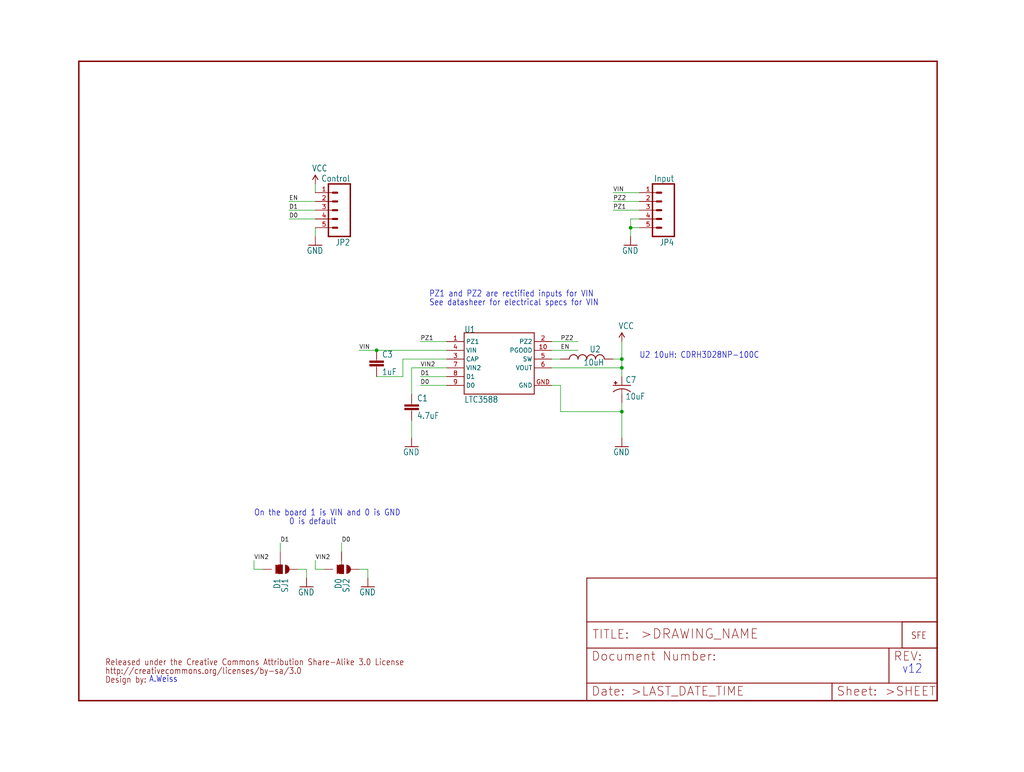
<source format=kicad_sch>
(kicad_sch (version 20211123) (generator eeschema)
  (paper "User" 297.002 223.926)
  (lib_symbols
    (symbol "eagleSchem-eagle-import:CAP0402-CAP"
      (property "Reference" "C" (at 1.524 2.921 0))
      (property "Value" "CAP0402-CAP" (at 1.524 -2.159 0))
      (symbol "CAP0402-CAP_1_0"
        (rectangle (start -2.032 0.508) (end 2.032 1.016) (fill (type outline)))
        (rectangle (start -2.032 1.524) (end 2.032 2.032) (fill (type outline)))
        (polyline (pts (xy 0 0) (xy 0 0.508)) (stroke (width 0.1524)))
        (polyline (pts (xy 0 2.54) (xy 0 2.032)) (stroke (width 0.1524)))
        (pin passive line (at 0 5.08 270) (length 2.54) (name "1") (number "1"))
        (pin passive line (at 0 -2.54 90) (length 2.54) (name "2") (number "2"))
      )
    )
    (symbol "eagleSchem-eagle-import:CAP_POL1206"
      (property "Reference" "C" (at 1.016 0.635 0))
      (property "Value" "CAP_POL1206" (at 1.016 -4.191 0))
      (symbol "CAP_POL1206_1_0"
        (rectangle (start -2.253 0.668) (end -1.364 0.795) (fill (type outline)))
        (rectangle (start -1.872 0.287) (end -1.745 1.176) (fill (type outline)))
        (arc (start 0 -1.0161) (mid -1.3021 -1.2302) (end -2.4669 -1.8504) (stroke (width 0.254)))
        (polyline (pts (xy -2.54 0) (xy 2.54 0)) (stroke (width 0.254)))
        (polyline (pts (xy 0 -1.016) (xy 0 -2.54)) (stroke (width 0.1524)))
        (arc (start 2.4892 -1.8542) (mid 1.3158 -1.2195) (end 0 -1) (stroke (width 0.254)))
        (pin passive line (at 0 2.54 270) (length 2.54) (name "+") (number "A"))
        (pin passive line (at 0 -5.08 90) (length 2.54) (name "-") (number "C"))
      )
    )
    (symbol "eagleSchem-eagle-import:CREATIVE_COMMONS"
      (symbol "CREATIVE_COMMONS_1_0"
        (text "Design by:" (at 0 0 0) (effects (font (size 1.778 1.5113)) (justify left bottom)))
        (text "http://creativecommons.org/licenses/by-sa/3.0" (at 0 2.54 0) (effects (font (size 1.778 1.5113)) (justify left bottom)))
        (text "Released under the Creative Commons Attribution Share-Alike 3.0 License" (at 0 5.08 0) (effects (font (size 1.778 1.5113)) (justify left bottom)))
      )
    )
    (symbol "eagleSchem-eagle-import:FRAME-LETTER"
      (symbol "FRAME-LETTER_1_0"
        (polyline (pts (xy 0 0) (xy 248.92 0)) (stroke (width 0.4064)))
        (polyline (pts (xy 0 185.42) (xy 0 0)) (stroke (width 0.4064)))
        (polyline (pts (xy 0 185.42) (xy 248.92 185.42)) (stroke (width 0.4064)))
        (polyline (pts (xy 248.92 185.42) (xy 248.92 0)) (stroke (width 0.4064)))
      )
      (symbol "FRAME-LETTER_2_0"
        (polyline (pts (xy 0 0) (xy 0 5.08)) (stroke (width 0.254)))
        (polyline (pts (xy 0 0) (xy 71.12 0)) (stroke (width 0.254)))
        (polyline (pts (xy 0 5.08) (xy 0 15.24)) (stroke (width 0.254)))
        (polyline (pts (xy 0 5.08) (xy 71.12 5.08)) (stroke (width 0.254)))
        (polyline (pts (xy 0 15.24) (xy 0 22.86)) (stroke (width 0.254)))
        (polyline (pts (xy 0 22.86) (xy 0 35.56)) (stroke (width 0.254)))
        (polyline (pts (xy 0 22.86) (xy 101.6 22.86)) (stroke (width 0.254)))
        (polyline (pts (xy 71.12 0) (xy 101.6 0)) (stroke (width 0.254)))
        (polyline (pts (xy 71.12 5.08) (xy 71.12 0)) (stroke (width 0.254)))
        (polyline (pts (xy 71.12 5.08) (xy 87.63 5.08)) (stroke (width 0.254)))
        (polyline (pts (xy 87.63 5.08) (xy 101.6 5.08)) (stroke (width 0.254)))
        (polyline (pts (xy 87.63 15.24) (xy 0 15.24)) (stroke (width 0.254)))
        (polyline (pts (xy 87.63 15.24) (xy 87.63 5.08)) (stroke (width 0.254)))
        (polyline (pts (xy 101.6 5.08) (xy 101.6 0)) (stroke (width 0.254)))
        (polyline (pts (xy 101.6 15.24) (xy 87.63 15.24)) (stroke (width 0.254)))
        (polyline (pts (xy 101.6 15.24) (xy 101.6 5.08)) (stroke (width 0.254)))
        (polyline (pts (xy 101.6 22.86) (xy 101.6 15.24)) (stroke (width 0.254)))
        (polyline (pts (xy 101.6 35.56) (xy 0 35.56)) (stroke (width 0.254)))
        (polyline (pts (xy 101.6 35.56) (xy 101.6 22.86)) (stroke (width 0.254)))
        (text ">DRAWING_NAME" (at 15.494 17.78 0) (effects (font (size 2.7432 2.7432)) (justify left bottom)))
        (text ">LAST_DATE_TIME" (at 12.7 1.27 0) (effects (font (size 2.54 2.54)) (justify left bottom)))
        (text ">SHEET" (at 86.36 1.27 0) (effects (font (size 2.54 2.54)) (justify left bottom)))
        (text "Date:" (at 1.27 1.27 0) (effects (font (size 2.54 2.54)) (justify left bottom)))
        (text "Document Number:" (at 1.27 11.43 0) (effects (font (size 2.54 2.54)) (justify left bottom)))
        (text "REV:" (at 88.9 11.43 0) (effects (font (size 2.54 2.54)) (justify left bottom)))
        (text "Sheet:" (at 72.39 1.27 0) (effects (font (size 2.54 2.54)) (justify left bottom)))
        (text "TITLE:" (at 1.524 17.78 0) (effects (font (size 2.54 2.54)) (justify left bottom)))
      )
    )
    (symbol "eagleSchem-eagle-import:GND" (power)
      (property "Value" "GND" (at -2.54 -2.54 0))
      (symbol "GND_1_0"
        (polyline (pts (xy -1.905 0) (xy 1.905 0)) (stroke (width 0.254)))
        (pin power_in line (at 0 2.54 270) (length 2.54) (name "GND") (number "1"))
      )
    )
    (symbol "eagleSchem-eagle-import:INDUCTOR-"
      (property "Reference" "L" (at 2.54 5.08 0))
      (property "Value" "INDUCTOR-" (at 2.54 -5.08 0))
      (symbol "INDUCTOR-_1_0"
        (arc (start 0 -5.08) (mid 0.898 -4.708) (end 1.27 -3.81) (stroke (width 0.254)))
        (arc (start 0 -2.54) (mid 0.898 -2.168) (end 1.27 -1.27) (stroke (width 0.254)))
        (arc (start 0 0) (mid 0.898 0.372) (end 1.27 1.27) (stroke (width 0.254)))
        (arc (start 0 2.54) (mid 0.898 2.912) (end 1.27 3.81) (stroke (width 0.254)))
        (arc (start 1.27 -3.81) (mid 0.898 -2.912) (end 0 -2.54) (stroke (width 0.254)))
        (arc (start 1.27 -1.27) (mid 0.898 -0.372) (end 0 0) (stroke (width 0.254)))
        (arc (start 1.27 1.27) (mid 0.898 2.168) (end 0 2.54) (stroke (width 0.254)))
        (arc (start 1.27 3.81) (mid 0.898 4.708) (end 0 5.08) (stroke (width 0.254)))
        (pin passive line (at 0 7.62 270) (length 2.54) (name "1") (number "1"))
        (pin passive line (at 0 -7.62 90) (length 2.54) (name "2") (number "2"))
      )
    )
    (symbol "eagleSchem-eagle-import:LOGO-SFESK"
      (symbol "LOGO-SFESK_1_0"
        (polyline (pts (xy -2.54 -2.54) (xy 7.62 -2.54)) (stroke (width 0.254)))
        (polyline (pts (xy -2.54 5.08) (xy -2.54 -2.54)) (stroke (width 0.254)))
        (polyline (pts (xy 7.62 -2.54) (xy 7.62 5.08)) (stroke (width 0.254)))
        (polyline (pts (xy 7.62 5.08) (xy -2.54 5.08)) (stroke (width 0.254)))
        (text "SFE" (at 0 0 0) (effects (font (size 1.9304 1.6408)) (justify left bottom)))
      )
    )
    (symbol "eagleSchem-eagle-import:LTC3588_"
      (property "Reference" "U" (at -10.16 7.62 0))
      (property "Value" "LTC3588_" (at -10.16 -12.7 0))
      (symbol "LTC3588__1_0"
        (polyline (pts (xy -10.16 -10.16) (xy 10.16 -10.16)) (stroke (width 0.254)))
        (polyline (pts (xy -10.16 7.62) (xy -10.16 -10.16)) (stroke (width 0.254)))
        (polyline (pts (xy 10.16 -10.16) (xy 10.16 7.62)) (stroke (width 0.254)))
        (polyline (pts (xy 10.16 7.62) (xy -10.16 7.62)) (stroke (width 0.254)))
        (pin bidirectional line (at -15.24 5.08 0) (length 5.08) (name "PZ1") (number "1"))
        (pin bidirectional line (at 15.24 2.54 180) (length 5.08) (name "PGOOD") (number "10"))
        (pin bidirectional line (at 15.24 5.08 180) (length 5.08) (name "PZ2") (number "2"))
        (pin bidirectional line (at -15.24 0 0) (length 5.08) (name "CAP") (number "3"))
        (pin bidirectional line (at -15.24 2.54 0) (length 5.08) (name "VIN") (number "4"))
        (pin bidirectional line (at 15.24 0 180) (length 5.08) (name "SW") (number "5"))
        (pin bidirectional line (at 15.24 -2.54 180) (length 5.08) (name "VOUT") (number "6"))
        (pin bidirectional line (at -15.24 -2.54 0) (length 5.08) (name "VIN2") (number "7"))
        (pin bidirectional line (at -15.24 -5.08 0) (length 5.08) (name "D1") (number "8"))
        (pin bidirectional line (at -15.24 -7.62 0) (length 5.08) (name "D0") (number "9"))
        (pin bidirectional line (at 15.24 -7.62 180) (length 5.08) (name "GND") (number "GND"))
      )
    )
    (symbol "eagleSchem-eagle-import:M05PTH"
      (property "Reference" "JP" (at -2.54 8.382 0))
      (property "Value" "M05PTH" (at -2.54 -10.16 0))
      (symbol "M05PTH_1_0"
        (polyline (pts (xy -2.54 7.62) (xy -2.54 -7.62)) (stroke (width 0.4064)))
        (polyline (pts (xy -2.54 7.62) (xy 3.81 7.62)) (stroke (width 0.4064)))
        (polyline (pts (xy 1.27 -5.08) (xy 2.54 -5.08)) (stroke (width 0.6096)))
        (polyline (pts (xy 1.27 -2.54) (xy 2.54 -2.54)) (stroke (width 0.6096)))
        (polyline (pts (xy 1.27 0) (xy 2.54 0)) (stroke (width 0.6096)))
        (polyline (pts (xy 1.27 2.54) (xy 2.54 2.54)) (stroke (width 0.6096)))
        (polyline (pts (xy 1.27 5.08) (xy 2.54 5.08)) (stroke (width 0.6096)))
        (polyline (pts (xy 3.81 -7.62) (xy -2.54 -7.62)) (stroke (width 0.4064)))
        (polyline (pts (xy 3.81 -7.62) (xy 3.81 7.62)) (stroke (width 0.4064)))
        (pin passive line (at 7.62 -5.08 180) (length 5.08) (name "1") (number "1"))
        (pin passive line (at 7.62 -2.54 180) (length 5.08) (name "2") (number "2"))
        (pin passive line (at 7.62 0 180) (length 5.08) (name "3") (number "3"))
        (pin passive line (at 7.62 2.54 180) (length 5.08) (name "4") (number "4"))
        (pin passive line (at 7.62 5.08 180) (length 5.08) (name "5") (number "5"))
      )
    )
    (symbol "eagleSchem-eagle-import:SOLDERJUMPER_2WAYPASTE1&2"
      (property "Reference" "SJ" (at 2.54 0.381 0))
      (property "Value" "SOLDERJUMPER_2WAYPASTE1&2" (at 2.54 -1.905 0))
      (symbol "SOLDERJUMPER_2WAYPASTE1&2_1_0"
        (rectangle (start -1.27 -0.635) (end 1.27 0.635) (fill (type outline)))
        (polyline (pts (xy -2.54 0) (xy -1.27 0)) (stroke (width 0.1524)))
        (polyline (pts (xy -1.27 -0.635) (xy -1.27 0)) (stroke (width 0.1524)))
        (polyline (pts (xy -1.27 0) (xy -1.27 0.635)) (stroke (width 0.1524)))
        (polyline (pts (xy -1.27 0.635) (xy 1.27 0.635)) (stroke (width 0.1524)))
        (polyline (pts (xy 1.27 -0.635) (xy -1.27 -0.635)) (stroke (width 0.1524)))
        (polyline (pts (xy 1.27 0.635) (xy 1.27 -0.635)) (stroke (width 0.1524)))
        (arc (start 1.27 -1.397) (mid 0 -0.127) (end -1.27 -1.397) (stroke (width 0.0001)) (fill (type outline)))
        (arc (start 1.27 1.397) (mid 0 2.667) (end -1.27 1.397) (stroke (width 0.0001)) (fill (type outline)))
        (pin passive line (at 0 5.08 270) (length 2.54) (name "1") (number "1"))
        (pin passive line (at -5.08 0 0) (length 2.54) (name "2") (number "2"))
        (pin passive line (at 0 -5.08 90) (length 2.54) (name "3") (number "3"))
      )
    )
    (symbol "eagleSchem-eagle-import:SOLDERJUMPER_2WAYPASTE2&3"
      (property "Reference" "SJ" (at 2.54 0.381 0))
      (property "Value" "SOLDERJUMPER_2WAYPASTE2&3" (at 2.54 -1.905 0))
      (symbol "SOLDERJUMPER_2WAYPASTE2&3_1_0"
        (rectangle (start -1.27 -0.635) (end 1.27 0.635) (fill (type outline)))
        (polyline (pts (xy -2.54 0) (xy -1.27 0)) (stroke (width 0.1524)))
        (polyline (pts (xy -1.27 -0.635) (xy -1.27 0)) (stroke (width 0.1524)))
        (polyline (pts (xy -1.27 0) (xy -1.27 0.635)) (stroke (width 0.1524)))
        (polyline (pts (xy -1.27 0.635) (xy 1.27 0.635)) (stroke (width 0.1524)))
        (polyline (pts (xy 1.27 -0.635) (xy -1.27 -0.635)) (stroke (width 0.1524)))
        (polyline (pts (xy 1.27 0.635) (xy 1.27 -0.635)) (stroke (width 0.1524)))
        (arc (start 1.27 -1.397) (mid 0 -0.127) (end -1.27 -1.397) (stroke (width 0.0001)) (fill (type outline)))
        (arc (start 1.27 1.397) (mid 0 2.667) (end -1.27 1.397) (stroke (width 0.0001)) (fill (type outline)))
        (pin passive line (at 0 5.08 270) (length 2.54) (name "1") (number "1"))
        (pin passive line (at -5.08 0 0) (length 2.54) (name "2") (number "2"))
        (pin passive line (at 0 -5.08 90) (length 2.54) (name "3") (number "3"))
      )
    )
    (symbol "eagleSchem-eagle-import:VCC" (power)
      (property "Value" "VCC" (at -1.016 3.556 0))
      (symbol "VCC_1_0"
        (polyline (pts (xy 0 2.54) (xy -0.762 1.27)) (stroke (width 0.254)))
        (polyline (pts (xy 0.762 1.27) (xy 0 2.54)) (stroke (width 0.254)))
        (pin power_in line (at 0 0 90) (length 2.54) (name "VCC") (number "1"))
      )
    )
  )
  (junction (at 180.34 119.38))
  (junction (at 109.22 101.6))
  (junction (at 180.34 106.68))
  (junction (at 182.88 66.04))
  (junction (at 180.34 104.14))
  (wire (pts (xy 76.2 165.1) (xy 73.66 165.1)))
  (wire (pts (xy 106.68 165.1) (xy 106.68 167.64)))
  (wire (pts (xy 73.66 165.1) (xy 73.66 162.56)))
  (wire (pts (xy 119.38 121.92) (xy 119.38 127)))
  (wire (pts (xy 109.22 101.6) (xy 104.14 101.6)))
  (wire (pts (xy 109.22 109.22) (xy 116.84 109.22)))
  (wire (pts (xy 91.44 63.5) (xy 83.82 63.5)))
  (wire (pts (xy 180.34 127) (xy 180.34 119.38)))
  (wire (pts (xy 88.9 165.1) (xy 88.9 167.64)))
  (wire (pts (xy 180.34 106.68) (xy 180.34 109.22)))
  (wire (pts (xy 185.42 66.04) (xy 182.88 66.04)))
  (wire (pts (xy 104.14 165.1) (xy 106.68 165.1)))
  (wire (pts (xy 119.38 106.68) (xy 119.38 114.3)))
  (wire (pts (xy 162.56 111.76) (xy 162.56 119.38)))
  (wire (pts (xy 99.06 160.02) (xy 99.06 157.48)))
  (wire (pts (xy 81.28 160.02) (xy 81.28 157.48)))
  (wire (pts (xy 182.88 66.04) (xy 182.88 68.58)))
  (wire (pts (xy 116.84 109.22) (xy 116.84 104.14)))
  (wire (pts (xy 180.34 104.14) (xy 180.34 99.06)))
  (wire (pts (xy 91.44 66.04) (xy 91.44 68.58)))
  (wire (pts (xy 129.54 111.76) (xy 121.92 111.76)))
  (wire (pts (xy 91.44 165.1) (xy 91.44 162.56)))
  (wire (pts (xy 160.02 99.06) (xy 167.64 99.06)))
  (wire (pts (xy 177.8 58.42) (xy 185.42 58.42)))
  (wire (pts (xy 185.42 55.88) (xy 177.8 55.88)))
  (wire (pts (xy 185.42 63.5) (xy 182.88 63.5)))
  (wire (pts (xy 177.8 104.14) (xy 180.34 104.14)))
  (wire (pts (xy 160.02 106.68) (xy 180.34 106.68)))
  (wire (pts (xy 160.02 111.76) (xy 162.56 111.76)))
  (wire (pts (xy 162.56 104.14) (xy 160.02 104.14)))
  (wire (pts (xy 91.44 58.42) (xy 83.82 58.42)))
  (wire (pts (xy 129.54 99.06) (xy 121.92 99.06)))
  (wire (pts (xy 86.36 165.1) (xy 88.9 165.1)))
  (wire (pts (xy 91.44 55.88) (xy 91.44 53.34)))
  (wire (pts (xy 116.84 104.14) (xy 129.54 104.14)))
  (wire (pts (xy 129.54 106.68) (xy 119.38 106.68)))
  (wire (pts (xy 91.44 60.96) (xy 83.82 60.96)))
  (wire (pts (xy 93.98 165.1) (xy 91.44 165.1)))
  (wire (pts (xy 160.02 101.6) (xy 167.64 101.6)))
  (wire (pts (xy 185.42 60.96) (xy 177.8 60.96)))
  (wire (pts (xy 180.34 119.38) (xy 180.34 116.84)))
  (wire (pts (xy 180.34 106.68) (xy 180.34 104.14)))
  (wire (pts (xy 162.56 119.38) (xy 180.34 119.38)))
  (wire (pts (xy 182.88 63.5) (xy 182.88 66.04)))
  (wire (pts (xy 129.54 109.22) (xy 121.92 109.22)))
  (wire (pts (xy 129.54 101.6) (xy 109.22 101.6)))
  (text "0 is default" (at 83.82 152.4 180) (effects (font (size 1.778 1.5113)) (justify left bottom)))
  (text "PZ1 and PZ2 are rectified inputs for VIN" (at 124.46 86.36 180) (effects (font (size 1.778 1.5113)) (justify left bottom)))
  (text "U2 10uH: CDRH3D28NP-100C" (at 185.42 104.14 180) (effects (font (size 1.778 1.5113)) (justify left bottom)))
  (text "v12" (at 261.62 195.58 180) (effects (font (size 2.54 2.159)) (justify left bottom)))
  (text "See datasheer for electrical specs for VIN" (at 124.46 88.9 180) (effects (font (size 1.778 1.5113)) (justify left bottom)))
  (text "On the board 1 is VIN and 0 is GND" (at 73.66 149.86 180) (effects (font (size 1.778 1.5113)) (justify left bottom)))
  (text "A.Weiss" (at 43.18 198.12 180) (effects (font (size 1.778 1.5113)) (justify left bottom)))
  (label "PZ2" (at 177.8 58.42 0) (effects (font (size 1.2446 1.2446))))
  (label "PZ1" (at 121.92 99.06 0) (effects (font (size 1.2446 1.2446))))
  (label "D0" (at 121.92 111.76 0) (effects (font (size 1.2446 1.2446))))
  (label "VIN" (at 104.14 101.6 0) (effects (font (size 1.2446 1.2446))))
  (label "PZ2" (at 162.56 99.06 0) (effects (font (size 1.2446 1.2446))))
  (label "D1" (at 83.82 60.96 0) (effects (font (size 1.2446 1.2446))))
  (label "VIN2" (at 73.66 162.56 0) (effects (font (size 1.2446 1.2446))))
  (label "EN" (at 162.56 101.6 0) (effects (font (size 1.2446 1.2446))))
  (label "VIN2" (at 91.44 162.56 0) (effects (font (size 1.2446 1.2446))))
  (label "D0" (at 83.82 63.5 0) (effects (font (size 1.2446 1.2446))))
  (label "D1" (at 121.92 109.22 0) (effects (font (size 1.2446 1.2446))))
  (label "VIN" (at 177.8 55.88 0) (effects (font (size 1.2446 1.2446))))
  (label "D1" (at 81.28 157.48 0) (effects (font (size 1.2446 1.2446))))
  (label "VIN2" (at 121.92 106.68 0) (effects (font (size 1.2446 1.2446))))
  (label "EN" (at 83.82 58.42 0) (effects (font (size 1.2446 1.2446))))
  (label "D0" (at 99.06 157.48 0) (effects (font (size 1.2446 1.2446))))
  (label "PZ1" (at 177.8 60.96 0) (effects (font (size 1.2446 1.2446))))
  (symbol (lib_id "eagleSchem-eagle-import:VCC") (at 91.44 53.34 0) (unit 1)
    (property "Reference" "#P+2" (effects hide))
    (property "Value" "VCC" (at 90.424 49.784 0) (effects (font (size 1.778 1.5113)) (justify left bottom)))
    (property "Footprint" "eagleSchem:" (effects hide))
  )
  (symbol (lib_id "eagleSchem-eagle-import:CAP_POL1206") (at 180.34 111.76 0) (unit 1)
    (property "Reference" "C7" (at 181.356 111.125 0) (effects (font (size 1.778 1.5113)) (justify left bottom)))
    (property "Value" "10uF" (at 181.356 115.951 0) (effects (font (size 1.778 1.5113)) (justify left bottom)))
    (property "Footprint" "eagleSchem:EIA3216" (effects hide))
  )
  (symbol (lib_id "eagleSchem-eagle-import:LTC3588_") (at 144.78 104.14 0) (unit 1)
    (property "Reference" "U1" (at 134.62 96.52 0) (effects (font (size 1.778 1.5113)) (justify left bottom)))
    (property "Value" "LTC3588" (at 134.62 116.84 0) (effects (font (size 1.778 1.5113)) (justify left bottom)))
    (property "Footprint" "eagleSchem:MSOP-10-GNDPAD" (effects hide))
  )
  (symbol (lib_id "eagleSchem-eagle-import:CAP0402-CAP") (at 109.22 106.68 0) (unit 1)
    (property "Reference" "C3" (at 110.744 103.759 0) (effects (font (size 1.778 1.5113)) (justify left bottom)))
    (property "Value" "1uF" (at 110.744 108.839 0) (effects (font (size 1.778 1.5113)) (justify left bottom)))
    (property "Footprint" "eagleSchem:0402-CAP" (effects hide))
  )
  (symbol (lib_id "eagleSchem-eagle-import:SOLDERJUMPER_2WAYPASTE1&2") (at 99.06 165.1 270) (unit 1)
    (property "Reference" "SJ2" (at 99.441 167.64 0) (effects (font (size 1.778 1.5113)) (justify left bottom)))
    (property "Value" "D0" (at 97.155 167.64 0) (effects (font (size 1.778 1.5113)) (justify left bottom)))
    (property "Footprint" "eagleSchem:SJ_3_PASTE1&2" (effects hide))
  )
  (symbol (lib_id "eagleSchem-eagle-import:GND") (at 180.34 129.54 0) (unit 1)
    (property "Reference" "#GND3" (effects hide))
    (property "Value" "GND" (at 177.8 132.08 0) (effects (font (size 1.778 1.5113)) (justify left bottom)))
    (property "Footprint" "eagleSchem:" (effects hide))
  )
  (symbol (lib_id "eagleSchem-eagle-import:FRAME-LETTER") (at 170.18 203.2 0) (unit 2)
    (property "Reference" "#FRAME1" (effects hide))
    (property "Value" "FRAME-LETTER" (effects hide))
    (property "Footprint" "eagleSchem:" (effects hide))
  )
  (symbol (lib_id "eagleSchem-eagle-import:GND") (at 91.44 71.12 0) (unit 1)
    (property "Reference" "#GND4" (effects hide))
    (property "Value" "GND" (at 88.9 73.66 0) (effects (font (size 1.778 1.5113)) (justify left bottom)))
    (property "Footprint" "eagleSchem:" (effects hide))
  )
  (symbol (lib_id "eagleSchem-eagle-import:M05PTH") (at 193.04 60.96 180) (unit 1)
    (property "Reference" "JP4" (at 195.58 69.342 0) (effects (font (size 1.778 1.5113)) (justify left bottom)))
    (property "Value" "Input" (at 195.58 50.8 0) (effects (font (size 1.778 1.5113)) (justify left bottom)))
    (property "Footprint" "eagleSchem:1X05" (effects hide))
  )
  (symbol (lib_id "eagleSchem-eagle-import:SOLDERJUMPER_2WAYPASTE2&3") (at 81.28 165.1 270) (unit 1)
    (property "Reference" "SJ1" (at 81.661 167.64 0) (effects (font (size 1.778 1.5113)) (justify left bottom)))
    (property "Value" "D1" (at 79.375 167.64 0) (effects (font (size 1.778 1.5113)) (justify left bottom)))
    (property "Footprint" "eagleSchem:SJ_3_PASTE2&3" (effects hide))
  )
  (symbol (lib_id "eagleSchem-eagle-import:CAP0402-CAP") (at 119.38 119.38 0) (unit 1)
    (property "Reference" "C1" (at 120.904 116.459 0) (effects (font (size 1.778 1.5113)) (justify left bottom)))
    (property "Value" "4.7uF" (at 120.904 121.539 0) (effects (font (size 1.778 1.5113)) (justify left bottom)))
    (property "Footprint" "eagleSchem:0402-CAP" (effects hide))
  )
  (symbol (lib_id "eagleSchem-eagle-import:GND") (at 106.68 170.18 0) (unit 1)
    (property "Reference" "#GND6" (effects hide))
    (property "Value" "GND" (at 104.14 172.72 0) (effects (font (size 1.778 1.5113)) (justify left bottom)))
    (property "Footprint" "eagleSchem:" (effects hide))
  )
  (symbol (lib_id "eagleSchem-eagle-import:FRAME-LETTER") (at 22.86 203.2 0) (unit 1)
    (property "Reference" "#FRAME1" (effects hide))
    (property "Value" "FRAME-LETTER" (effects hide))
    (property "Footprint" "eagleSchem:" (effects hide))
  )
  (symbol (lib_id "eagleSchem-eagle-import:GND") (at 182.88 71.12 0) (unit 1)
    (property "Reference" "#GND7" (effects hide))
    (property "Value" "GND" (at 180.34 73.66 0) (effects (font (size 1.778 1.5113)) (justify left bottom)))
    (property "Footprint" "eagleSchem:" (effects hide))
  )
  (symbol (lib_id "eagleSchem-eagle-import:M05PTH") (at 99.06 60.96 180) (unit 1)
    (property "Reference" "JP2" (at 101.6 69.342 0) (effects (font (size 1.778 1.5113)) (justify left bottom)))
    (property "Value" "Control" (at 101.6 50.8 0) (effects (font (size 1.778 1.5113)) (justify left bottom)))
    (property "Footprint" "eagleSchem:1X05" (effects hide))
  )
  (symbol (lib_id "eagleSchem-eagle-import:GND") (at 88.9 170.18 0) (unit 1)
    (property "Reference" "#GND5" (effects hide))
    (property "Value" "GND" (at 86.36 172.72 0) (effects (font (size 1.778 1.5113)) (justify left bottom)))
    (property "Footprint" "eagleSchem:" (effects hide))
  )
  (symbol (lib_id "eagleSchem-eagle-import:LOGO-SFESK") (at 264.16 185.42 0) (unit 1)
    (property "Reference" "JP1" (effects hide))
    (property "Value" "LOGO-SFESK" (effects hide))
    (property "Footprint" "eagleSchem:SFE-LOGO-FLAME" (effects hide))
  )
  (symbol (lib_id "eagleSchem-eagle-import:INDUCTOR-") (at 170.18 104.14 90) (unit 1)
    (property "Reference" "U2" (at 174.244 100.33 90) (effects (font (size 1.778 1.5113)) (justify left bottom)))
    (property "Value" "10uH" (at 175.26 104.14 90) (effects (font (size 1.778 1.5113)) (justify left bottom)))
    (property "Footprint" "eagleSchem:CDRH3D28" (effects hide))
  )
  (symbol (lib_id "eagleSchem-eagle-import:VCC") (at 180.34 99.06 0) (unit 1)
    (property "Reference" "#P+1" (effects hide))
    (property "Value" "VCC" (at 179.324 95.504 0) (effects (font (size 1.778 1.5113)) (justify left bottom)))
    (property "Footprint" "eagleSchem:" (effects hide))
  )
  (symbol (lib_id "eagleSchem-eagle-import:CREATIVE_COMMONS") (at 30.48 198.12 0) (unit 1)
    (property "Reference" "U$1" (effects hide))
    (property "Value" "CREATIVE_COMMONS" (effects hide))
    (property "Footprint" "eagleSchem:CREATIVE_COMMONS" (effects hide))
  )
  (symbol (lib_id "eagleSchem-eagle-import:GND") (at 119.38 129.54 0) (unit 1)
    (property "Reference" "#GND2" (effects hide))
    (property "Value" "GND" (at 116.84 132.08 0) (effects (font (size 1.778 1.5113)) (justify left bottom)))
    (property "Footprint" "eagleSchem:" (effects hide))
  )
)
</source>
